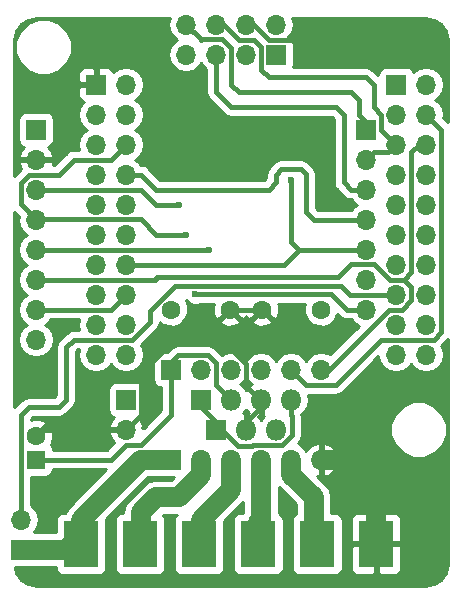
<source format=gbl>
G04 #@! TF.FileFunction,Copper,L2,Bot,Signal*
%FSLAX46Y46*%
G04 Gerber Fmt 4.6, Leading zero omitted, Abs format (unit mm)*
G04 Created by KiCad (PCBNEW 4.0.7) date 06/11/20 10:54:36*
%MOMM*%
%LPD*%
G01*
G04 APERTURE LIST*
%ADD10C,0.100000*%
%ADD11C,1.600000*%
%ADD12R,1.700000X1.700000*%
%ADD13O,1.700000X1.700000*%
%ADD14R,3.000000X4.000000*%
%ADD15R,1.800000X1.800000*%
%ADD16O,1.800000X1.800000*%
%ADD17R,1.600000X1.600000*%
%ADD18C,0.600000*%
%ADD19C,0.400000*%
%ADD20C,1.700000*%
%ADD21C,0.250000*%
%ADD22C,0.254000*%
G04 APERTURE END LIST*
D10*
D11*
X90170000Y-68580000D03*
X95170000Y-68580000D03*
X102870000Y-68580000D03*
X97870000Y-68580000D03*
D12*
X99060000Y-46990000D03*
D13*
X99060000Y-44450000D03*
X96520000Y-46990000D03*
X96520000Y-44450000D03*
X93980000Y-46990000D03*
X93980000Y-44450000D03*
X91440000Y-46990000D03*
X91440000Y-44450000D03*
D12*
X78740000Y-53340000D03*
D13*
X78740000Y-55880000D03*
X78740000Y-58420000D03*
X78740000Y-60960000D03*
X78740000Y-63500000D03*
X78740000Y-66040000D03*
X78740000Y-68580000D03*
X78740000Y-71120000D03*
D12*
X106680000Y-53340000D03*
D13*
X106680000Y-55880000D03*
X106680000Y-58420000D03*
X106680000Y-60960000D03*
X106680000Y-63500000D03*
X106680000Y-66040000D03*
X106680000Y-68580000D03*
D12*
X90170000Y-81280000D03*
D13*
X92710000Y-81280000D03*
X95250000Y-81280000D03*
X97790000Y-81280000D03*
X100330000Y-81280000D03*
X102870000Y-81280000D03*
D12*
X90170000Y-73660000D03*
D13*
X92710000Y-73660000D03*
X95250000Y-73660000D03*
X97790000Y-73660000D03*
X100330000Y-73660000D03*
X102870000Y-73660000D03*
D12*
X83820000Y-49530000D03*
D13*
X86360000Y-49530000D03*
X83820000Y-52070000D03*
X86360000Y-52070000D03*
X83820000Y-54610000D03*
X86360000Y-54610000D03*
X83820000Y-57150000D03*
X86360000Y-57150000D03*
X83820000Y-59690000D03*
X86360000Y-59690000D03*
X83820000Y-62230000D03*
X86360000Y-62230000D03*
X83820000Y-64770000D03*
X86360000Y-64770000D03*
X83820000Y-67310000D03*
X86360000Y-67310000D03*
X83820000Y-69850000D03*
X86360000Y-69850000D03*
X83820000Y-72390000D03*
X86360000Y-72390000D03*
D12*
X109220000Y-49530000D03*
D13*
X111760000Y-49530000D03*
X109220000Y-52070000D03*
X111760000Y-52070000D03*
X109220000Y-54610000D03*
X111760000Y-54610000D03*
X109220000Y-57150000D03*
X111760000Y-57150000D03*
X109220000Y-59690000D03*
X111760000Y-59690000D03*
X109220000Y-62230000D03*
X111760000Y-62230000D03*
X109220000Y-64770000D03*
X111760000Y-64770000D03*
X109220000Y-67310000D03*
X111760000Y-67310000D03*
X109220000Y-69850000D03*
X111760000Y-69850000D03*
X109220000Y-72390000D03*
X111760000Y-72390000D03*
D14*
X82550000Y-88430000D03*
X87550000Y-88430000D03*
X92550000Y-88430000D03*
X97550000Y-88430000D03*
X102550000Y-88430000D03*
X107550000Y-88430000D03*
D12*
X77470000Y-88900000D03*
D13*
X77470000Y-86360000D03*
D15*
X92710000Y-76200000D03*
D16*
X95250000Y-76200000D03*
X97790000Y-76200000D03*
X100330000Y-76200000D03*
D15*
X93980000Y-78740000D03*
D16*
X96520000Y-78740000D03*
X99060000Y-78740000D03*
D17*
X78740000Y-81280000D03*
D11*
X78740000Y-79280000D03*
D12*
X86360000Y-76200000D03*
D13*
X86360000Y-78740000D03*
D18*
X110490000Y-45720000D03*
X107950000Y-45720000D03*
X105410000Y-45720000D03*
X80645000Y-84455000D03*
X81280000Y-83820000D03*
X78740000Y-74295000D03*
X78740000Y-75565000D03*
X100330000Y-57577400D03*
X90805000Y-59690000D03*
X91440000Y-62230000D03*
X93345000Y-63500000D03*
X92182300Y-67261100D03*
D19*
X93980000Y-78105000D02*
X93980000Y-78740000D01*
X92710000Y-76835000D02*
X93980000Y-78105000D01*
X92710000Y-76200000D02*
X92710000Y-76835000D01*
D20*
X81280000Y-88900000D02*
X77470000Y-88900000D01*
X82550000Y-87630000D02*
X81280000Y-88900000D01*
D19*
X94478400Y-78740000D02*
X93980000Y-78740000D01*
X95831200Y-80092800D02*
X94478400Y-78740000D01*
X97006300Y-80092800D02*
X95831200Y-80092800D01*
X97079800Y-80019300D02*
X97006300Y-80092800D01*
X98297700Y-80019300D02*
X97079800Y-80019300D01*
X98349400Y-80071000D02*
X98297700Y-80019300D01*
X99568100Y-80071000D02*
X98349400Y-80071000D01*
X100396000Y-79243600D02*
X99568100Y-80071000D01*
X100396000Y-77565800D02*
X100396000Y-79243600D01*
X100330000Y-77500300D02*
X100396000Y-77565800D01*
X100330000Y-76200000D02*
X100330000Y-77500300D01*
D20*
X90170000Y-81280000D02*
X87630000Y-81280000D01*
X87630000Y-81280000D02*
X82550000Y-86360000D01*
X82550000Y-87630000D02*
X82550000Y-86360000D01*
X82550000Y-86360000D02*
X87630000Y-81280000D01*
D19*
X96520000Y-44450000D02*
X97155000Y-44450000D01*
X97155000Y-44450000D02*
X98425000Y-45720000D01*
X107950000Y-45720000D02*
X110490000Y-45720000D01*
X98425000Y-45720000D02*
X105410000Y-45720000D01*
X79375000Y-78740000D02*
X86360000Y-78740000D01*
X78835000Y-79280000D02*
X79375000Y-78740000D01*
X78740000Y-79280000D02*
X78835000Y-79280000D01*
X81280000Y-83820000D02*
X80645000Y-84455000D01*
X78740000Y-75565000D02*
X78740000Y-74295000D01*
X83185000Y-49530000D02*
X83820000Y-49530000D01*
D21*
X107550000Y-87630000D02*
X107550000Y-87135300D01*
D20*
X107550000Y-87135300D02*
X107550000Y-87630000D01*
X107550000Y-84055000D02*
X107550000Y-87135300D01*
X104775000Y-81280000D02*
X107550000Y-84055000D01*
X102870000Y-81280000D02*
X104775000Y-81280000D01*
D19*
X97870000Y-68580000D02*
X95170000Y-68580000D01*
X97790000Y-76200000D02*
X97790000Y-76312100D01*
X96520000Y-78105000D02*
X96520000Y-78740000D01*
X97790000Y-76835000D02*
X96520000Y-78105000D01*
X97790000Y-76312100D02*
X97790000Y-76835000D01*
X93492800Y-70257200D02*
X95170000Y-68580000D01*
X93672200Y-70436600D02*
X93492800Y-70257200D01*
X93672200Y-70436700D02*
X93672200Y-70436600D01*
X93804000Y-70436700D02*
X93672200Y-70436700D01*
X96520000Y-73152700D02*
X93804000Y-70436700D01*
X96520000Y-75042100D02*
X96520000Y-73152700D01*
X97790000Y-76312100D02*
X96520000Y-75042100D01*
X87630000Y-77470000D02*
X86360000Y-78740000D01*
X87630000Y-76835000D02*
X87630000Y-77470000D01*
X87610300Y-76835000D02*
X87630000Y-76835000D01*
X87610300Y-73943900D02*
X87610300Y-76835000D01*
X91297000Y-70257200D02*
X87610300Y-73943900D01*
X93492800Y-70257200D02*
X91297000Y-70257200D01*
X81280000Y-49530000D02*
X83185000Y-49530000D01*
X81280000Y-54610000D02*
X81280000Y-49530000D01*
X80010000Y-55880000D02*
X81280000Y-54610000D01*
X78740000Y-55880000D02*
X80010000Y-55880000D01*
X83185000Y-49530000D02*
X83820000Y-49530000D01*
X85090000Y-68580000D02*
X86360000Y-67310000D01*
X78740000Y-68580000D02*
X85090000Y-68580000D01*
X90170000Y-77470000D02*
X90170000Y-73660000D01*
X87630000Y-80010000D02*
X90170000Y-77470000D01*
X86360000Y-80010000D02*
X87630000Y-80010000D01*
X85090000Y-81280000D02*
X86360000Y-80010000D01*
X78740000Y-81280000D02*
X85090000Y-81280000D01*
X93980000Y-74930000D02*
X95250000Y-76200000D01*
X93980000Y-73095100D02*
X93980000Y-74930000D01*
X93294400Y-72409500D02*
X93980000Y-73095100D01*
X90785500Y-72409500D02*
X93294400Y-72409500D01*
X90170000Y-73025000D02*
X90785500Y-72409500D01*
X90170000Y-73660000D02*
X90170000Y-73025000D01*
X99060000Y-51435000D02*
X104140000Y-51435000D01*
X104775000Y-52070000D02*
X104775000Y-55880000D01*
X104140000Y-51435000D02*
X104775000Y-52070000D01*
X93980000Y-46990000D02*
X93980000Y-50165000D01*
X95250000Y-51435000D02*
X99060000Y-51435000D01*
X93980000Y-50165000D02*
X95250000Y-51435000D01*
X106680000Y-58420000D02*
X105410000Y-58420000D01*
X105410000Y-58420000D02*
X104775000Y-57785000D01*
X104775000Y-55880000D02*
X104775000Y-57785000D01*
X86360000Y-57150000D02*
X87630000Y-57150000D01*
X99060000Y-57785000D02*
X99060000Y-57150000D01*
X98425000Y-58420000D02*
X99060000Y-57785000D01*
X88900000Y-58420000D02*
X98425000Y-58420000D01*
X87630000Y-57150000D02*
X88900000Y-58420000D01*
X99060000Y-57150000D02*
X99513700Y-56696300D01*
X101600000Y-57130300D02*
X101166000Y-56696300D01*
X101166000Y-56696300D02*
X99513700Y-56696300D01*
X106680000Y-60960000D02*
X102235000Y-60960000D01*
X101600000Y-60325000D02*
X101600000Y-57130300D01*
X102235000Y-60960000D02*
X101600000Y-60325000D01*
X101600000Y-57130300D02*
X101600000Y-57150000D01*
X101600000Y-57150000D02*
X101600000Y-57130300D01*
X100965000Y-63500000D02*
X99695000Y-64770000D01*
X100330000Y-57577400D02*
X100330000Y-62865000D01*
X100965000Y-63500000D02*
X106680000Y-63500000D01*
X100330000Y-62865000D02*
X100965000Y-63500000D01*
X97790000Y-64770000D02*
X99695000Y-64770000D01*
X86360000Y-64770000D02*
X97790000Y-64770000D01*
X107315000Y-51435000D02*
X107950000Y-52070000D01*
X107950000Y-52070000D02*
X107950000Y-53340000D01*
X107950000Y-53340000D02*
X109220000Y-54610000D01*
X97790000Y-48260000D02*
X98425000Y-48895000D01*
X107315000Y-49530000D02*
X107315000Y-51435000D01*
X106680000Y-48895000D02*
X107315000Y-49530000D01*
X98425000Y-48895000D02*
X106680000Y-48895000D01*
X109220000Y-54610000D02*
X107969600Y-53359600D01*
X107969600Y-53359600D02*
X107950000Y-53340000D01*
X97155000Y-45720000D02*
X97790000Y-46355000D01*
X97790000Y-46355000D02*
X97790000Y-48260000D01*
X95885000Y-45720000D02*
X94615000Y-44450000D01*
X97155000Y-45720000D02*
X95885000Y-45720000D01*
X106680000Y-55880000D02*
X107315000Y-55245000D01*
X108565000Y-55245000D02*
X109200000Y-54610000D01*
X107315000Y-55245000D02*
X108565000Y-55245000D01*
X109200000Y-54610000D02*
X109220000Y-54610000D01*
X93980000Y-44450000D02*
X94615000Y-44450000D01*
X109200000Y-54610000D02*
X109220000Y-54610000D01*
X106680000Y-53340000D02*
X106680000Y-52705000D01*
X106680000Y-52705000D02*
X106045000Y-52070000D01*
X106045000Y-50800000D02*
X105410000Y-50165000D01*
X106045000Y-52070000D02*
X106045000Y-50800000D01*
X95885000Y-50165000D02*
X105410000Y-50165000D01*
X95250000Y-47625000D02*
X95250000Y-49530000D01*
X95250000Y-49530000D02*
X95885000Y-50165000D01*
X95250000Y-46990000D02*
X95250000Y-47625000D01*
X92690400Y-45700400D02*
X92710000Y-45720000D01*
X92690400Y-45700400D02*
X94472600Y-45700400D01*
X94472600Y-45700400D02*
X95250000Y-46477800D01*
X95250000Y-46477800D02*
X95250000Y-46990000D01*
X91440000Y-44450000D02*
X92690400Y-45700400D01*
X86995000Y-58420000D02*
X87630000Y-58420000D01*
X88900000Y-59690000D02*
X90805000Y-59690000D01*
X87630000Y-58420000D02*
X88900000Y-59690000D01*
X86995000Y-58420000D02*
X78740000Y-58420000D01*
X78749800Y-60950200D02*
X78740000Y-60960000D01*
X87620200Y-60950200D02*
X78749800Y-60950200D01*
X88900000Y-62230000D02*
X87620200Y-60950200D01*
X91440000Y-62230000D02*
X88900000Y-62230000D01*
X80645000Y-57150000D02*
X78174800Y-57150000D01*
X81915000Y-55880000D02*
X80645000Y-57150000D01*
X85090000Y-55880000D02*
X81915000Y-55880000D01*
X86360000Y-54610000D02*
X85090000Y-55880000D01*
X78174800Y-57150000D02*
X77450400Y-57874400D01*
X78740000Y-60960000D02*
X78740000Y-60800000D01*
X78174800Y-57150000D02*
X77450400Y-57874400D01*
X77450400Y-59670400D02*
X78740000Y-60960000D01*
X77450400Y-57874400D02*
X77450400Y-59670400D01*
X112395000Y-71120000D02*
X113030000Y-70485000D01*
X93345000Y-63500000D02*
X78740000Y-63500000D01*
X113030000Y-53340000D02*
X113030000Y-70485000D01*
X111760000Y-52070000D02*
X113030000Y-53340000D01*
X113030000Y-70485000D02*
X112395000Y-71120000D01*
X101609000Y-74938600D02*
X100330000Y-73660000D01*
X104131000Y-74938600D02*
X101609000Y-74938600D01*
X107950000Y-71120000D02*
X104131000Y-74938600D01*
X112395000Y-71120000D02*
X107950000Y-71120000D01*
X98425000Y-65852400D02*
X104327600Y-65852400D01*
X104327600Y-65852400D02*
X105429600Y-64750400D01*
X111760000Y-54649400D02*
X111760000Y-54610000D01*
X111125000Y-54610000D02*
X111760000Y-54610000D01*
X110490000Y-55245000D02*
X111125000Y-54610000D01*
X110490000Y-65405000D02*
X110490000Y-55245000D01*
X109855000Y-66040000D02*
X110490000Y-65405000D01*
X88805200Y-66040000D02*
X78740000Y-66040000D01*
X88992800Y-65852400D02*
X88805200Y-66040000D01*
X98425000Y-65852400D02*
X88992800Y-65852400D01*
X107394500Y-64750400D02*
X105429600Y-64750400D01*
X109855000Y-66040000D02*
X108684100Y-66040000D01*
X108684100Y-66040000D02*
X107394500Y-64750400D01*
X110490000Y-66675000D02*
X109855000Y-66040000D01*
X110490000Y-67813700D02*
X110490000Y-66675000D01*
X109724000Y-68580000D02*
X110490000Y-67813700D01*
X108585000Y-68580000D02*
X109724000Y-68580000D01*
X103505000Y-73660000D02*
X108585000Y-68580000D01*
X102870000Y-73660000D02*
X103505000Y-73660000D01*
X92182300Y-67261200D02*
X92182300Y-67261100D01*
X103746000Y-67261200D02*
X92182300Y-67261200D01*
X105065000Y-68580000D02*
X103746000Y-67261200D01*
X106680000Y-68580000D02*
X105065000Y-68580000D01*
D20*
X87630000Y-87550000D02*
X87550000Y-87630000D01*
X87630000Y-85725000D02*
X87630000Y-87550000D01*
X88900000Y-84455000D02*
X87630000Y-85725000D01*
X90805000Y-84455000D02*
X88900000Y-84455000D01*
X92710000Y-82550000D02*
X90805000Y-84455000D01*
X92710000Y-81280000D02*
X92710000Y-82550000D01*
X92710000Y-87470000D02*
X92550000Y-87630000D01*
X92710000Y-86360000D02*
X92710000Y-87470000D01*
X95250000Y-83820000D02*
X92710000Y-86360000D01*
X95250000Y-81280000D02*
X95250000Y-83820000D01*
X97550000Y-86600000D02*
X97550000Y-87630000D01*
X97790000Y-86360000D02*
X97550000Y-86600000D01*
X97790000Y-81280000D02*
X97790000Y-86360000D01*
X102235000Y-87315000D02*
X102550000Y-87630000D01*
X102235000Y-84455000D02*
X102235000Y-87315000D01*
X100330000Y-82550000D02*
X102235000Y-84455000D01*
X100330000Y-81280000D02*
X100330000Y-82550000D01*
D19*
X105295000Y-67310000D02*
X109220000Y-67310000D01*
X104534000Y-66549600D02*
X105295000Y-67310000D01*
X90490800Y-66549600D02*
X104534000Y-66549600D01*
X88377000Y-68663400D02*
X90490800Y-66549600D01*
X88377000Y-69601200D02*
X88377000Y-68663400D01*
X86858200Y-71120000D02*
X88377000Y-69601200D01*
X81915000Y-71120000D02*
X86858200Y-71120000D01*
X81280000Y-71755000D02*
X81915000Y-71120000D01*
X81280000Y-76200000D02*
X81280000Y-71755000D01*
X80645000Y-76835000D02*
X81280000Y-76200000D01*
X78105000Y-76835000D02*
X80645000Y-76835000D01*
X77470000Y-77470000D02*
X78105000Y-76835000D01*
X77470000Y-86360000D02*
X77470000Y-77470000D01*
D22*
G36*
X113590000Y-90100069D02*
X113437848Y-90864989D01*
X113044170Y-91454170D01*
X112454989Y-91847848D01*
X111690069Y-92000000D01*
X78809931Y-92000000D01*
X78045011Y-91847848D01*
X77455830Y-91454170D01*
X77062152Y-90864989D01*
X76969151Y-90397440D01*
X78320000Y-90397440D01*
X78386113Y-90385000D01*
X80402560Y-90385000D01*
X80402560Y-90430000D01*
X80446838Y-90665317D01*
X80585910Y-90881441D01*
X80798110Y-91026431D01*
X81050000Y-91077440D01*
X84050000Y-91077440D01*
X84285317Y-91033162D01*
X84501441Y-90894090D01*
X84646431Y-90681890D01*
X84697440Y-90430000D01*
X84697440Y-86430000D01*
X84678859Y-86331249D01*
X88245107Y-82765000D01*
X89258569Y-82765000D01*
X89320000Y-82777440D01*
X90382452Y-82777440D01*
X90189892Y-82970000D01*
X88900000Y-82970000D01*
X88331715Y-83083039D01*
X87849946Y-83404946D01*
X87849944Y-83404949D01*
X86579946Y-84674946D01*
X86258039Y-85156715D01*
X86144999Y-85725000D01*
X86145000Y-85725005D01*
X86145000Y-85782560D01*
X86050000Y-85782560D01*
X85814683Y-85826838D01*
X85598559Y-85965910D01*
X85453569Y-86178110D01*
X85402560Y-86430000D01*
X85402560Y-90430000D01*
X85446838Y-90665317D01*
X85585910Y-90881441D01*
X85798110Y-91026431D01*
X86050000Y-91077440D01*
X89050000Y-91077440D01*
X89285317Y-91033162D01*
X89501441Y-90894090D01*
X89646431Y-90681890D01*
X89697440Y-90430000D01*
X89697440Y-86430000D01*
X89653162Y-86194683D01*
X89514090Y-85978559D01*
X89491787Y-85963320D01*
X89515107Y-85940000D01*
X90638824Y-85940000D01*
X90598559Y-85965910D01*
X90453569Y-86178110D01*
X90402560Y-86430000D01*
X90402560Y-90430000D01*
X90446838Y-90665317D01*
X90585910Y-90881441D01*
X90798110Y-91026431D01*
X91050000Y-91077440D01*
X94050000Y-91077440D01*
X94285317Y-91033162D01*
X94501441Y-90894090D01*
X94646431Y-90681890D01*
X94697440Y-90430000D01*
X94697440Y-86472668D01*
X96300051Y-84870056D01*
X96300054Y-84870054D01*
X96305000Y-84862652D01*
X96305000Y-85782560D01*
X96050000Y-85782560D01*
X95814683Y-85826838D01*
X95598559Y-85965910D01*
X95453569Y-86178110D01*
X95402560Y-86430000D01*
X95402560Y-90430000D01*
X95446838Y-90665317D01*
X95585910Y-90881441D01*
X95798110Y-91026431D01*
X96050000Y-91077440D01*
X99050000Y-91077440D01*
X99285317Y-91033162D01*
X99501441Y-90894090D01*
X99646431Y-90681890D01*
X99697440Y-90430000D01*
X99697440Y-86430000D01*
X99653162Y-86194683D01*
X99514090Y-85978559D01*
X99301890Y-85833569D01*
X99275000Y-85828124D01*
X99275000Y-83592652D01*
X99279946Y-83600054D01*
X100750000Y-85070107D01*
X100750000Y-85868460D01*
X100598559Y-85965910D01*
X100453569Y-86178110D01*
X100402560Y-86430000D01*
X100402560Y-90430000D01*
X100446838Y-90665317D01*
X100585910Y-90881441D01*
X100798110Y-91026431D01*
X101050000Y-91077440D01*
X104050000Y-91077440D01*
X104285317Y-91033162D01*
X104501441Y-90894090D01*
X104646431Y-90681890D01*
X104697440Y-90430000D01*
X104697440Y-88715750D01*
X105415000Y-88715750D01*
X105415000Y-90556310D01*
X105511673Y-90789699D01*
X105690302Y-90968327D01*
X105923691Y-91065000D01*
X107264250Y-91065000D01*
X107423000Y-90906250D01*
X107423000Y-88557000D01*
X107677000Y-88557000D01*
X107677000Y-90906250D01*
X107835750Y-91065000D01*
X109176309Y-91065000D01*
X109409698Y-90968327D01*
X109588327Y-90789699D01*
X109685000Y-90556310D01*
X109685000Y-88715750D01*
X109526250Y-88557000D01*
X107677000Y-88557000D01*
X107423000Y-88557000D01*
X105573750Y-88557000D01*
X105415000Y-88715750D01*
X104697440Y-88715750D01*
X104697440Y-86430000D01*
X104673674Y-86303690D01*
X105415000Y-86303690D01*
X105415000Y-88144250D01*
X105573750Y-88303000D01*
X107423000Y-88303000D01*
X107423000Y-85953750D01*
X107677000Y-85953750D01*
X107677000Y-88303000D01*
X109526250Y-88303000D01*
X109685000Y-88144250D01*
X109685000Y-86303690D01*
X109588327Y-86070301D01*
X109409698Y-85891673D01*
X109176309Y-85795000D01*
X107835750Y-85795000D01*
X107677000Y-85953750D01*
X107423000Y-85953750D01*
X107264250Y-85795000D01*
X105923691Y-85795000D01*
X105690302Y-85891673D01*
X105511673Y-86070301D01*
X105415000Y-86303690D01*
X104673674Y-86303690D01*
X104653162Y-86194683D01*
X104514090Y-85978559D01*
X104301890Y-85833569D01*
X104050000Y-85782560D01*
X103720000Y-85782560D01*
X103720000Y-84455005D01*
X103720001Y-84455000D01*
X103606961Y-83886715D01*
X103285054Y-83404946D01*
X103285051Y-83404944D01*
X102571021Y-82690914D01*
X102743000Y-82600155D01*
X102743000Y-81407000D01*
X102997000Y-81407000D01*
X102997000Y-82600155D01*
X103226890Y-82721476D01*
X103636924Y-82551645D01*
X104065183Y-82161358D01*
X104311486Y-81636892D01*
X104190819Y-81407000D01*
X102997000Y-81407000D01*
X102743000Y-81407000D01*
X102723000Y-81407000D01*
X102723000Y-81153000D01*
X102743000Y-81153000D01*
X102743000Y-79959845D01*
X102997000Y-79959845D01*
X102997000Y-81153000D01*
X104190819Y-81153000D01*
X104311486Y-80923108D01*
X104065183Y-80398642D01*
X103636924Y-80008355D01*
X103226890Y-79838524D01*
X102997000Y-79959845D01*
X102743000Y-79959845D01*
X102513110Y-79838524D01*
X102103076Y-80008355D01*
X101674817Y-80398642D01*
X101607702Y-80541553D01*
X101380054Y-80200853D01*
X100924181Y-79896249D01*
X100986256Y-79834212D01*
X100986327Y-79834105D01*
X100986434Y-79834034D01*
X101076835Y-79698739D01*
X101167343Y-79563373D01*
X101167368Y-79563247D01*
X101167439Y-79563141D01*
X101199084Y-79404051D01*
X101231000Y-79243852D01*
X101230975Y-79243726D01*
X101231000Y-79243600D01*
X101231000Y-79212325D01*
X108739587Y-79212325D01*
X109101916Y-80089229D01*
X109772242Y-80760726D01*
X110648513Y-81124585D01*
X111597325Y-81125413D01*
X112474229Y-80763084D01*
X113145726Y-80092758D01*
X113509585Y-79216487D01*
X113510413Y-78267675D01*
X113148084Y-77390771D01*
X112477758Y-76719274D01*
X111601487Y-76355415D01*
X110652675Y-76354587D01*
X109775771Y-76716916D01*
X109104274Y-77387242D01*
X108740415Y-78263513D01*
X108739587Y-79212325D01*
X101231000Y-79212325D01*
X101231000Y-77565800D01*
X101230684Y-77564213D01*
X101230994Y-77562625D01*
X101207072Y-77444708D01*
X101445481Y-77285409D01*
X101778227Y-76787419D01*
X101895072Y-76200000D01*
X101810256Y-75773600D01*
X104131000Y-75773600D01*
X104289889Y-75741995D01*
X104450500Y-75710056D01*
X104450519Y-75710043D01*
X104450541Y-75710039D01*
X104586665Y-75619084D01*
X104721403Y-75529065D01*
X107731603Y-72519181D01*
X107818946Y-72958285D01*
X108140853Y-73440054D01*
X108622622Y-73761961D01*
X109190907Y-73875000D01*
X109249093Y-73875000D01*
X109817378Y-73761961D01*
X110299147Y-73440054D01*
X110490000Y-73154422D01*
X110680853Y-73440054D01*
X111162622Y-73761961D01*
X111730907Y-73875000D01*
X111789093Y-73875000D01*
X112357378Y-73761961D01*
X112839147Y-73440054D01*
X113161054Y-72958285D01*
X113274093Y-72390000D01*
X113161054Y-71821715D01*
X113046138Y-71649730D01*
X113590000Y-71105868D01*
X113590000Y-90100069D01*
X113590000Y-90100069D01*
G37*
X113590000Y-90100069D02*
X113437848Y-90864989D01*
X113044170Y-91454170D01*
X112454989Y-91847848D01*
X111690069Y-92000000D01*
X78809931Y-92000000D01*
X78045011Y-91847848D01*
X77455830Y-91454170D01*
X77062152Y-90864989D01*
X76969151Y-90397440D01*
X78320000Y-90397440D01*
X78386113Y-90385000D01*
X80402560Y-90385000D01*
X80402560Y-90430000D01*
X80446838Y-90665317D01*
X80585910Y-90881441D01*
X80798110Y-91026431D01*
X81050000Y-91077440D01*
X84050000Y-91077440D01*
X84285317Y-91033162D01*
X84501441Y-90894090D01*
X84646431Y-90681890D01*
X84697440Y-90430000D01*
X84697440Y-86430000D01*
X84678859Y-86331249D01*
X88245107Y-82765000D01*
X89258569Y-82765000D01*
X89320000Y-82777440D01*
X90382452Y-82777440D01*
X90189892Y-82970000D01*
X88900000Y-82970000D01*
X88331715Y-83083039D01*
X87849946Y-83404946D01*
X87849944Y-83404949D01*
X86579946Y-84674946D01*
X86258039Y-85156715D01*
X86144999Y-85725000D01*
X86145000Y-85725005D01*
X86145000Y-85782560D01*
X86050000Y-85782560D01*
X85814683Y-85826838D01*
X85598559Y-85965910D01*
X85453569Y-86178110D01*
X85402560Y-86430000D01*
X85402560Y-90430000D01*
X85446838Y-90665317D01*
X85585910Y-90881441D01*
X85798110Y-91026431D01*
X86050000Y-91077440D01*
X89050000Y-91077440D01*
X89285317Y-91033162D01*
X89501441Y-90894090D01*
X89646431Y-90681890D01*
X89697440Y-90430000D01*
X89697440Y-86430000D01*
X89653162Y-86194683D01*
X89514090Y-85978559D01*
X89491787Y-85963320D01*
X89515107Y-85940000D01*
X90638824Y-85940000D01*
X90598559Y-85965910D01*
X90453569Y-86178110D01*
X90402560Y-86430000D01*
X90402560Y-90430000D01*
X90446838Y-90665317D01*
X90585910Y-90881441D01*
X90798110Y-91026431D01*
X91050000Y-91077440D01*
X94050000Y-91077440D01*
X94285317Y-91033162D01*
X94501441Y-90894090D01*
X94646431Y-90681890D01*
X94697440Y-90430000D01*
X94697440Y-86472668D01*
X96300051Y-84870056D01*
X96300054Y-84870054D01*
X96305000Y-84862652D01*
X96305000Y-85782560D01*
X96050000Y-85782560D01*
X95814683Y-85826838D01*
X95598559Y-85965910D01*
X95453569Y-86178110D01*
X95402560Y-86430000D01*
X95402560Y-90430000D01*
X95446838Y-90665317D01*
X95585910Y-90881441D01*
X95798110Y-91026431D01*
X96050000Y-91077440D01*
X99050000Y-91077440D01*
X99285317Y-91033162D01*
X99501441Y-90894090D01*
X99646431Y-90681890D01*
X99697440Y-90430000D01*
X99697440Y-86430000D01*
X99653162Y-86194683D01*
X99514090Y-85978559D01*
X99301890Y-85833569D01*
X99275000Y-85828124D01*
X99275000Y-83592652D01*
X99279946Y-83600054D01*
X100750000Y-85070107D01*
X100750000Y-85868460D01*
X100598559Y-85965910D01*
X100453569Y-86178110D01*
X100402560Y-86430000D01*
X100402560Y-90430000D01*
X100446838Y-90665317D01*
X100585910Y-90881441D01*
X100798110Y-91026431D01*
X101050000Y-91077440D01*
X104050000Y-91077440D01*
X104285317Y-91033162D01*
X104501441Y-90894090D01*
X104646431Y-90681890D01*
X104697440Y-90430000D01*
X104697440Y-88715750D01*
X105415000Y-88715750D01*
X105415000Y-90556310D01*
X105511673Y-90789699D01*
X105690302Y-90968327D01*
X105923691Y-91065000D01*
X107264250Y-91065000D01*
X107423000Y-90906250D01*
X107423000Y-88557000D01*
X107677000Y-88557000D01*
X107677000Y-90906250D01*
X107835750Y-91065000D01*
X109176309Y-91065000D01*
X109409698Y-90968327D01*
X109588327Y-90789699D01*
X109685000Y-90556310D01*
X109685000Y-88715750D01*
X109526250Y-88557000D01*
X107677000Y-88557000D01*
X107423000Y-88557000D01*
X105573750Y-88557000D01*
X105415000Y-88715750D01*
X104697440Y-88715750D01*
X104697440Y-86430000D01*
X104673674Y-86303690D01*
X105415000Y-86303690D01*
X105415000Y-88144250D01*
X105573750Y-88303000D01*
X107423000Y-88303000D01*
X107423000Y-85953750D01*
X107677000Y-85953750D01*
X107677000Y-88303000D01*
X109526250Y-88303000D01*
X109685000Y-88144250D01*
X109685000Y-86303690D01*
X109588327Y-86070301D01*
X109409698Y-85891673D01*
X109176309Y-85795000D01*
X107835750Y-85795000D01*
X107677000Y-85953750D01*
X107423000Y-85953750D01*
X107264250Y-85795000D01*
X105923691Y-85795000D01*
X105690302Y-85891673D01*
X105511673Y-86070301D01*
X105415000Y-86303690D01*
X104673674Y-86303690D01*
X104653162Y-86194683D01*
X104514090Y-85978559D01*
X104301890Y-85833569D01*
X104050000Y-85782560D01*
X103720000Y-85782560D01*
X103720000Y-84455005D01*
X103720001Y-84455000D01*
X103606961Y-83886715D01*
X103285054Y-83404946D01*
X103285051Y-83404944D01*
X102571021Y-82690914D01*
X102743000Y-82600155D01*
X102743000Y-81407000D01*
X102997000Y-81407000D01*
X102997000Y-82600155D01*
X103226890Y-82721476D01*
X103636924Y-82551645D01*
X104065183Y-82161358D01*
X104311486Y-81636892D01*
X104190819Y-81407000D01*
X102997000Y-81407000D01*
X102743000Y-81407000D01*
X102723000Y-81407000D01*
X102723000Y-81153000D01*
X102743000Y-81153000D01*
X102743000Y-79959845D01*
X102997000Y-79959845D01*
X102997000Y-81153000D01*
X104190819Y-81153000D01*
X104311486Y-80923108D01*
X104065183Y-80398642D01*
X103636924Y-80008355D01*
X103226890Y-79838524D01*
X102997000Y-79959845D01*
X102743000Y-79959845D01*
X102513110Y-79838524D01*
X102103076Y-80008355D01*
X101674817Y-80398642D01*
X101607702Y-80541553D01*
X101380054Y-80200853D01*
X100924181Y-79896249D01*
X100986256Y-79834212D01*
X100986327Y-79834105D01*
X100986434Y-79834034D01*
X101076835Y-79698739D01*
X101167343Y-79563373D01*
X101167368Y-79563247D01*
X101167439Y-79563141D01*
X101199084Y-79404051D01*
X101231000Y-79243852D01*
X101230975Y-79243726D01*
X101231000Y-79243600D01*
X101231000Y-79212325D01*
X108739587Y-79212325D01*
X109101916Y-80089229D01*
X109772242Y-80760726D01*
X110648513Y-81124585D01*
X111597325Y-81125413D01*
X112474229Y-80763084D01*
X113145726Y-80092758D01*
X113509585Y-79216487D01*
X113510413Y-78267675D01*
X113148084Y-77390771D01*
X112477758Y-76719274D01*
X111601487Y-76355415D01*
X110652675Y-76354587D01*
X109775771Y-76716916D01*
X109104274Y-77387242D01*
X108740415Y-78263513D01*
X108739587Y-79212325D01*
X101231000Y-79212325D01*
X101231000Y-77565800D01*
X101230684Y-77564213D01*
X101230994Y-77562625D01*
X101207072Y-77444708D01*
X101445481Y-77285409D01*
X101778227Y-76787419D01*
X101895072Y-76200000D01*
X101810256Y-75773600D01*
X104131000Y-75773600D01*
X104289889Y-75741995D01*
X104450500Y-75710056D01*
X104450519Y-75710043D01*
X104450541Y-75710039D01*
X104586665Y-75619084D01*
X104721403Y-75529065D01*
X107731603Y-72519181D01*
X107818946Y-72958285D01*
X108140853Y-73440054D01*
X108622622Y-73761961D01*
X109190907Y-73875000D01*
X109249093Y-73875000D01*
X109817378Y-73761961D01*
X110299147Y-73440054D01*
X110490000Y-73154422D01*
X110680853Y-73440054D01*
X111162622Y-73761961D01*
X111730907Y-73875000D01*
X111789093Y-73875000D01*
X112357378Y-73761961D01*
X112839147Y-73440054D01*
X113161054Y-72958285D01*
X113274093Y-72390000D01*
X113161054Y-71821715D01*
X113046138Y-71649730D01*
X113590000Y-71105868D01*
X113590000Y-90100069D01*
G36*
X81499946Y-85309946D02*
X81184156Y-85782560D01*
X81050000Y-85782560D01*
X80814683Y-85826838D01*
X80598559Y-85965910D01*
X80453569Y-86178110D01*
X80402560Y-86430000D01*
X80402560Y-87415000D01*
X78536188Y-87415000D01*
X78841961Y-86957378D01*
X78955000Y-86389093D01*
X78955000Y-86330907D01*
X78841961Y-85762622D01*
X78520054Y-85280853D01*
X78305000Y-85137159D01*
X78305000Y-82727440D01*
X79540000Y-82727440D01*
X79775317Y-82683162D01*
X79991441Y-82544090D01*
X80136431Y-82331890D01*
X80180352Y-82115000D01*
X84694893Y-82115000D01*
X81499946Y-85309946D01*
X81499946Y-85309946D01*
G37*
X81499946Y-85309946D02*
X81184156Y-85782560D01*
X81050000Y-85782560D01*
X80814683Y-85826838D01*
X80598559Y-85965910D01*
X80453569Y-86178110D01*
X80402560Y-86430000D01*
X80402560Y-87415000D01*
X78536188Y-87415000D01*
X78841961Y-86957378D01*
X78955000Y-86389093D01*
X78955000Y-86330907D01*
X78841961Y-85762622D01*
X78520054Y-85280853D01*
X78305000Y-85137159D01*
X78305000Y-82727440D01*
X79540000Y-82727440D01*
X79775317Y-82683162D01*
X79991441Y-82544090D01*
X80136431Y-82331890D01*
X80180352Y-82115000D01*
X84694893Y-82115000D01*
X81499946Y-85309946D01*
G36*
X91651973Y-68053292D02*
X91995501Y-68195938D01*
X92367467Y-68196262D01*
X92609636Y-68096200D01*
X93819014Y-68096200D01*
X93723035Y-68363223D01*
X93750222Y-68933454D01*
X93916136Y-69334005D01*
X94162255Y-69408139D01*
X94990395Y-68580000D01*
X94976252Y-68565858D01*
X95155858Y-68386253D01*
X95170000Y-68400395D01*
X95184143Y-68386253D01*
X95363748Y-68565858D01*
X95349605Y-68580000D01*
X96177745Y-69408139D01*
X96423864Y-69334005D01*
X96513194Y-69085480D01*
X96616136Y-69334005D01*
X96862255Y-69408139D01*
X97690395Y-68580000D01*
X97676252Y-68565858D01*
X97855858Y-68386253D01*
X97870000Y-68400395D01*
X97884143Y-68386253D01*
X98063748Y-68565858D01*
X98049605Y-68580000D01*
X98877745Y-69408139D01*
X99123864Y-69334005D01*
X99316965Y-68796777D01*
X99289778Y-68226546D01*
X99235787Y-68096200D01*
X101517097Y-68096200D01*
X101435250Y-68293309D01*
X101434752Y-68864187D01*
X101652757Y-69391800D01*
X102056077Y-69795824D01*
X102583309Y-70014750D01*
X103154187Y-70015248D01*
X103681800Y-69797243D01*
X104085824Y-69393923D01*
X104265446Y-68961346D01*
X104474610Y-69170479D01*
X104610839Y-69261489D01*
X104745459Y-69351439D01*
X104745492Y-69351446D01*
X104745518Y-69351463D01*
X104903567Y-69382889D01*
X105065000Y-69415000D01*
X105457159Y-69415000D01*
X105600853Y-69630054D01*
X106052379Y-69931753D01*
X103610270Y-72373862D01*
X103438285Y-72258946D01*
X102870000Y-72145907D01*
X102301715Y-72258946D01*
X101819946Y-72580853D01*
X101600000Y-72910026D01*
X101380054Y-72580853D01*
X100898285Y-72258946D01*
X100330000Y-72145907D01*
X99761715Y-72258946D01*
X99279946Y-72580853D01*
X99060000Y-72910026D01*
X98840054Y-72580853D01*
X98358285Y-72258946D01*
X97790000Y-72145907D01*
X97221715Y-72258946D01*
X96739946Y-72580853D01*
X96520000Y-72910026D01*
X96300054Y-72580853D01*
X95818285Y-72258946D01*
X95250000Y-72145907D01*
X94681715Y-72258946D01*
X94467708Y-72401940D01*
X93884834Y-71819066D01*
X93722301Y-71710465D01*
X93613941Y-71638061D01*
X93294400Y-71574500D01*
X90785500Y-71574500D01*
X90465959Y-71638061D01*
X90357599Y-71710465D01*
X90195066Y-71819066D01*
X89851572Y-72162560D01*
X89320000Y-72162560D01*
X89084683Y-72206838D01*
X88868559Y-72345910D01*
X88723569Y-72558110D01*
X88672560Y-72810000D01*
X88672560Y-74510000D01*
X88716838Y-74745317D01*
X88855910Y-74961441D01*
X89068110Y-75106431D01*
X89320000Y-75157440D01*
X89335000Y-75157440D01*
X89335000Y-77124132D01*
X87845000Y-78614132D01*
X87845000Y-78612998D01*
X87680820Y-78612998D01*
X87801486Y-78383108D01*
X87555183Y-77858642D01*
X87349496Y-77671192D01*
X87445317Y-77653162D01*
X87661441Y-77514090D01*
X87806431Y-77301890D01*
X87857440Y-77050000D01*
X87857440Y-75350000D01*
X87813162Y-75114683D01*
X87674090Y-74898559D01*
X87461890Y-74753569D01*
X87210000Y-74702560D01*
X85510000Y-74702560D01*
X85274683Y-74746838D01*
X85058559Y-74885910D01*
X84913569Y-75098110D01*
X84862560Y-75350000D01*
X84862560Y-77050000D01*
X84906838Y-77285317D01*
X85045910Y-77501441D01*
X85258110Y-77646431D01*
X85372301Y-77669555D01*
X85164817Y-77858642D01*
X84918514Y-78383108D01*
X85039181Y-78613000D01*
X86233000Y-78613000D01*
X86233000Y-78593000D01*
X86487000Y-78593000D01*
X86487000Y-78613000D01*
X86507000Y-78613000D01*
X86507000Y-78867000D01*
X86487000Y-78867000D01*
X86487000Y-78887000D01*
X86233000Y-78887000D01*
X86233000Y-78867000D01*
X85039181Y-78867000D01*
X84918514Y-79096892D01*
X85164817Y-79621358D01*
X85375642Y-79813490D01*
X84744132Y-80445000D01*
X80180854Y-80445000D01*
X80143162Y-80244683D01*
X80004090Y-80028559D01*
X79997452Y-80024023D01*
X80186965Y-79496777D01*
X80159778Y-78926546D01*
X79993864Y-78525995D01*
X79747745Y-78451861D01*
X78919605Y-79280000D01*
X78933748Y-79294142D01*
X78754143Y-79473748D01*
X78740000Y-79459605D01*
X78725858Y-79473748D01*
X78546253Y-79294143D01*
X78560395Y-79280000D01*
X78546253Y-79265858D01*
X78725858Y-79086252D01*
X78740000Y-79100395D01*
X79568139Y-78272255D01*
X79494005Y-78026136D01*
X78956777Y-77833035D01*
X78386546Y-77860222D01*
X78305000Y-77894000D01*
X78305000Y-77815868D01*
X78450868Y-77670000D01*
X80645000Y-77670000D01*
X80964541Y-77606439D01*
X81235434Y-77425434D01*
X81870434Y-76790434D01*
X82051440Y-76519540D01*
X82115000Y-76200000D01*
X82115000Y-72100868D01*
X82260868Y-71955000D01*
X82392434Y-71955000D01*
X82305907Y-72390000D01*
X82418946Y-72958285D01*
X82740853Y-73440054D01*
X83222622Y-73761961D01*
X83790907Y-73875000D01*
X83849093Y-73875000D01*
X84417378Y-73761961D01*
X84899147Y-73440054D01*
X85090000Y-73154422D01*
X85280853Y-73440054D01*
X85762622Y-73761961D01*
X86330907Y-73875000D01*
X86389093Y-73875000D01*
X86957378Y-73761961D01*
X87439147Y-73440054D01*
X87761054Y-72958285D01*
X87874093Y-72390000D01*
X87761054Y-71821715D01*
X87591343Y-71567725D01*
X88967434Y-70191634D01*
X89148440Y-69920740D01*
X89203658Y-69643139D01*
X89356077Y-69795824D01*
X89883309Y-70014750D01*
X90454187Y-70015248D01*
X90981800Y-69797243D01*
X91191663Y-69587745D01*
X94341861Y-69587745D01*
X94415995Y-69833864D01*
X94953223Y-70026965D01*
X95523454Y-69999778D01*
X95924005Y-69833864D01*
X95998139Y-69587745D01*
X97041861Y-69587745D01*
X97115995Y-69833864D01*
X97653223Y-70026965D01*
X98223454Y-69999778D01*
X98624005Y-69833864D01*
X98698139Y-69587745D01*
X97870000Y-68759605D01*
X97041861Y-69587745D01*
X95998139Y-69587745D01*
X95170000Y-68759605D01*
X94341861Y-69587745D01*
X91191663Y-69587745D01*
X91385824Y-69393923D01*
X91604750Y-68866691D01*
X91605248Y-68295813D01*
X91401272Y-67802153D01*
X91651973Y-68053292D01*
X91651973Y-68053292D01*
G37*
X91651973Y-68053292D02*
X91995501Y-68195938D01*
X92367467Y-68196262D01*
X92609636Y-68096200D01*
X93819014Y-68096200D01*
X93723035Y-68363223D01*
X93750222Y-68933454D01*
X93916136Y-69334005D01*
X94162255Y-69408139D01*
X94990395Y-68580000D01*
X94976252Y-68565858D01*
X95155858Y-68386253D01*
X95170000Y-68400395D01*
X95184143Y-68386253D01*
X95363748Y-68565858D01*
X95349605Y-68580000D01*
X96177745Y-69408139D01*
X96423864Y-69334005D01*
X96513194Y-69085480D01*
X96616136Y-69334005D01*
X96862255Y-69408139D01*
X97690395Y-68580000D01*
X97676252Y-68565858D01*
X97855858Y-68386253D01*
X97870000Y-68400395D01*
X97884143Y-68386253D01*
X98063748Y-68565858D01*
X98049605Y-68580000D01*
X98877745Y-69408139D01*
X99123864Y-69334005D01*
X99316965Y-68796777D01*
X99289778Y-68226546D01*
X99235787Y-68096200D01*
X101517097Y-68096200D01*
X101435250Y-68293309D01*
X101434752Y-68864187D01*
X101652757Y-69391800D01*
X102056077Y-69795824D01*
X102583309Y-70014750D01*
X103154187Y-70015248D01*
X103681800Y-69797243D01*
X104085824Y-69393923D01*
X104265446Y-68961346D01*
X104474610Y-69170479D01*
X104610839Y-69261489D01*
X104745459Y-69351439D01*
X104745492Y-69351446D01*
X104745518Y-69351463D01*
X104903567Y-69382889D01*
X105065000Y-69415000D01*
X105457159Y-69415000D01*
X105600853Y-69630054D01*
X106052379Y-69931753D01*
X103610270Y-72373862D01*
X103438285Y-72258946D01*
X102870000Y-72145907D01*
X102301715Y-72258946D01*
X101819946Y-72580853D01*
X101600000Y-72910026D01*
X101380054Y-72580853D01*
X100898285Y-72258946D01*
X100330000Y-72145907D01*
X99761715Y-72258946D01*
X99279946Y-72580853D01*
X99060000Y-72910026D01*
X98840054Y-72580853D01*
X98358285Y-72258946D01*
X97790000Y-72145907D01*
X97221715Y-72258946D01*
X96739946Y-72580853D01*
X96520000Y-72910026D01*
X96300054Y-72580853D01*
X95818285Y-72258946D01*
X95250000Y-72145907D01*
X94681715Y-72258946D01*
X94467708Y-72401940D01*
X93884834Y-71819066D01*
X93722301Y-71710465D01*
X93613941Y-71638061D01*
X93294400Y-71574500D01*
X90785500Y-71574500D01*
X90465959Y-71638061D01*
X90357599Y-71710465D01*
X90195066Y-71819066D01*
X89851572Y-72162560D01*
X89320000Y-72162560D01*
X89084683Y-72206838D01*
X88868559Y-72345910D01*
X88723569Y-72558110D01*
X88672560Y-72810000D01*
X88672560Y-74510000D01*
X88716838Y-74745317D01*
X88855910Y-74961441D01*
X89068110Y-75106431D01*
X89320000Y-75157440D01*
X89335000Y-75157440D01*
X89335000Y-77124132D01*
X87845000Y-78614132D01*
X87845000Y-78612998D01*
X87680820Y-78612998D01*
X87801486Y-78383108D01*
X87555183Y-77858642D01*
X87349496Y-77671192D01*
X87445317Y-77653162D01*
X87661441Y-77514090D01*
X87806431Y-77301890D01*
X87857440Y-77050000D01*
X87857440Y-75350000D01*
X87813162Y-75114683D01*
X87674090Y-74898559D01*
X87461890Y-74753569D01*
X87210000Y-74702560D01*
X85510000Y-74702560D01*
X85274683Y-74746838D01*
X85058559Y-74885910D01*
X84913569Y-75098110D01*
X84862560Y-75350000D01*
X84862560Y-77050000D01*
X84906838Y-77285317D01*
X85045910Y-77501441D01*
X85258110Y-77646431D01*
X85372301Y-77669555D01*
X85164817Y-77858642D01*
X84918514Y-78383108D01*
X85039181Y-78613000D01*
X86233000Y-78613000D01*
X86233000Y-78593000D01*
X86487000Y-78593000D01*
X86487000Y-78613000D01*
X86507000Y-78613000D01*
X86507000Y-78867000D01*
X86487000Y-78867000D01*
X86487000Y-78887000D01*
X86233000Y-78887000D01*
X86233000Y-78867000D01*
X85039181Y-78867000D01*
X84918514Y-79096892D01*
X85164817Y-79621358D01*
X85375642Y-79813490D01*
X84744132Y-80445000D01*
X80180854Y-80445000D01*
X80143162Y-80244683D01*
X80004090Y-80028559D01*
X79997452Y-80024023D01*
X80186965Y-79496777D01*
X80159778Y-78926546D01*
X79993864Y-78525995D01*
X79747745Y-78451861D01*
X78919605Y-79280000D01*
X78933748Y-79294142D01*
X78754143Y-79473748D01*
X78740000Y-79459605D01*
X78725858Y-79473748D01*
X78546253Y-79294143D01*
X78560395Y-79280000D01*
X78546253Y-79265858D01*
X78725858Y-79086252D01*
X78740000Y-79100395D01*
X79568139Y-78272255D01*
X79494005Y-78026136D01*
X78956777Y-77833035D01*
X78386546Y-77860222D01*
X78305000Y-77894000D01*
X78305000Y-77815868D01*
X78450868Y-77670000D01*
X80645000Y-77670000D01*
X80964541Y-77606439D01*
X81235434Y-77425434D01*
X81870434Y-76790434D01*
X82051440Y-76519540D01*
X82115000Y-76200000D01*
X82115000Y-72100868D01*
X82260868Y-71955000D01*
X82392434Y-71955000D01*
X82305907Y-72390000D01*
X82418946Y-72958285D01*
X82740853Y-73440054D01*
X83222622Y-73761961D01*
X83790907Y-73875000D01*
X83849093Y-73875000D01*
X84417378Y-73761961D01*
X84899147Y-73440054D01*
X85090000Y-73154422D01*
X85280853Y-73440054D01*
X85762622Y-73761961D01*
X86330907Y-73875000D01*
X86389093Y-73875000D01*
X86957378Y-73761961D01*
X87439147Y-73440054D01*
X87761054Y-72958285D01*
X87874093Y-72390000D01*
X87761054Y-71821715D01*
X87591343Y-71567725D01*
X88967434Y-70191634D01*
X89148440Y-69920740D01*
X89203658Y-69643139D01*
X89356077Y-69795824D01*
X89883309Y-70014750D01*
X90454187Y-70015248D01*
X90981800Y-69797243D01*
X91191663Y-69587745D01*
X94341861Y-69587745D01*
X94415995Y-69833864D01*
X94953223Y-70026965D01*
X95523454Y-69999778D01*
X95924005Y-69833864D01*
X95998139Y-69587745D01*
X97041861Y-69587745D01*
X97115995Y-69833864D01*
X97653223Y-70026965D01*
X98223454Y-69999778D01*
X98624005Y-69833864D01*
X98698139Y-69587745D01*
X97870000Y-68759605D01*
X97041861Y-69587745D01*
X95998139Y-69587745D01*
X95170000Y-68759605D01*
X94341861Y-69587745D01*
X91191663Y-69587745D01*
X91385824Y-69393923D01*
X91604750Y-68866691D01*
X91605248Y-68295813D01*
X91401272Y-67802153D01*
X91651973Y-68053292D01*
G36*
X96764737Y-77309551D02*
X96647000Y-77369003D01*
X96647000Y-78613000D01*
X96667000Y-78613000D01*
X96667000Y-78867000D01*
X96647000Y-78867000D01*
X96647000Y-78887000D01*
X96393000Y-78887000D01*
X96393000Y-78867000D01*
X96373000Y-78867000D01*
X96373000Y-78613000D01*
X96393000Y-78613000D01*
X96393000Y-77369003D01*
X96306069Y-77325107D01*
X96365481Y-77285409D01*
X96524501Y-77047418D01*
X96764737Y-77309551D01*
X96764737Y-77309551D01*
G37*
X96764737Y-77309551D02*
X96647000Y-77369003D01*
X96647000Y-78613000D01*
X96667000Y-78613000D01*
X96667000Y-78867000D01*
X96647000Y-78867000D01*
X96647000Y-78887000D01*
X96393000Y-78887000D01*
X96393000Y-78867000D01*
X96373000Y-78867000D01*
X96373000Y-78613000D01*
X96393000Y-78613000D01*
X96393000Y-77369003D01*
X96306069Y-77325107D01*
X96365481Y-77285409D01*
X96524501Y-77047418D01*
X96764737Y-77309551D01*
G36*
X97917000Y-76073000D02*
X97937000Y-76073000D01*
X97937000Y-76327000D01*
X97917000Y-76327000D01*
X97917000Y-77570997D01*
X98003931Y-77614893D01*
X97944519Y-77654591D01*
X97785499Y-77892582D01*
X97545263Y-77630449D01*
X97663000Y-77570997D01*
X97663000Y-76327000D01*
X97643000Y-76327000D01*
X97643000Y-76073000D01*
X97663000Y-76073000D01*
X97663000Y-76053000D01*
X97917000Y-76053000D01*
X97917000Y-76073000D01*
X97917000Y-76073000D01*
G37*
X97917000Y-76073000D02*
X97937000Y-76073000D01*
X97937000Y-76327000D01*
X97917000Y-76327000D01*
X97917000Y-77570997D01*
X98003931Y-77614893D01*
X97944519Y-77654591D01*
X97785499Y-77892582D01*
X97545263Y-77630449D01*
X97663000Y-77570997D01*
X97663000Y-76327000D01*
X97643000Y-76327000D01*
X97643000Y-76073000D01*
X97663000Y-76073000D01*
X97663000Y-76053000D01*
X97917000Y-76053000D01*
X97917000Y-76073000D01*
G36*
X77281193Y-60682061D02*
X77225907Y-60960000D01*
X77338946Y-61528285D01*
X77660853Y-62010054D01*
X77990026Y-62230000D01*
X77660853Y-62449946D01*
X77338946Y-62931715D01*
X77225907Y-63500000D01*
X77338946Y-64068285D01*
X77660853Y-64550054D01*
X77990026Y-64770000D01*
X77660853Y-64989946D01*
X77338946Y-65471715D01*
X77225907Y-66040000D01*
X77338946Y-66608285D01*
X77660853Y-67090054D01*
X77990026Y-67310000D01*
X77660853Y-67529946D01*
X77338946Y-68011715D01*
X77225907Y-68580000D01*
X77338946Y-69148285D01*
X77660853Y-69630054D01*
X77990026Y-69850000D01*
X77660853Y-70069946D01*
X77338946Y-70551715D01*
X77225907Y-71120000D01*
X77338946Y-71688285D01*
X77660853Y-72170054D01*
X78142622Y-72491961D01*
X78710907Y-72605000D01*
X78769093Y-72605000D01*
X79337378Y-72491961D01*
X79819147Y-72170054D01*
X80141054Y-71688285D01*
X80254093Y-71120000D01*
X80141054Y-70551715D01*
X79819147Y-70069946D01*
X79489974Y-69850000D01*
X79819147Y-69630054D01*
X79962841Y-69415000D01*
X82392434Y-69415000D01*
X82305907Y-69850000D01*
X82392434Y-70285000D01*
X81915000Y-70285000D01*
X81595460Y-70348560D01*
X81324566Y-70529566D01*
X80689566Y-71164566D01*
X80508561Y-71435459D01*
X80445000Y-71755000D01*
X80445000Y-75854132D01*
X80299132Y-76000000D01*
X78105000Y-76000000D01*
X77785460Y-76063560D01*
X77514566Y-76244566D01*
X76910000Y-76849132D01*
X76910000Y-60310868D01*
X77281193Y-60682061D01*
X77281193Y-60682061D01*
G37*
X77281193Y-60682061D02*
X77225907Y-60960000D01*
X77338946Y-61528285D01*
X77660853Y-62010054D01*
X77990026Y-62230000D01*
X77660853Y-62449946D01*
X77338946Y-62931715D01*
X77225907Y-63500000D01*
X77338946Y-64068285D01*
X77660853Y-64550054D01*
X77990026Y-64770000D01*
X77660853Y-64989946D01*
X77338946Y-65471715D01*
X77225907Y-66040000D01*
X77338946Y-66608285D01*
X77660853Y-67090054D01*
X77990026Y-67310000D01*
X77660853Y-67529946D01*
X77338946Y-68011715D01*
X77225907Y-68580000D01*
X77338946Y-69148285D01*
X77660853Y-69630054D01*
X77990026Y-69850000D01*
X77660853Y-70069946D01*
X77338946Y-70551715D01*
X77225907Y-71120000D01*
X77338946Y-71688285D01*
X77660853Y-72170054D01*
X78142622Y-72491961D01*
X78710907Y-72605000D01*
X78769093Y-72605000D01*
X79337378Y-72491961D01*
X79819147Y-72170054D01*
X80141054Y-71688285D01*
X80254093Y-71120000D01*
X80141054Y-70551715D01*
X79819147Y-70069946D01*
X79489974Y-69850000D01*
X79819147Y-69630054D01*
X79962841Y-69415000D01*
X82392434Y-69415000D01*
X82305907Y-69850000D01*
X82392434Y-70285000D01*
X81915000Y-70285000D01*
X81595460Y-70348560D01*
X81324566Y-70529566D01*
X80689566Y-71164566D01*
X80508561Y-71435459D01*
X80445000Y-71755000D01*
X80445000Y-75854132D01*
X80299132Y-76000000D01*
X78105000Y-76000000D01*
X77785460Y-76063560D01*
X77514566Y-76244566D01*
X76910000Y-76849132D01*
X76910000Y-60310868D01*
X77281193Y-60682061D01*
G36*
X96739946Y-74739147D02*
X96994983Y-74909557D01*
X96882424Y-74962034D01*
X96524501Y-75352582D01*
X96365481Y-75114591D01*
X96051821Y-74905010D01*
X96300054Y-74739147D01*
X96520000Y-74409974D01*
X96739946Y-74739147D01*
X96739946Y-74739147D01*
G37*
X96739946Y-74739147D02*
X96994983Y-74909557D01*
X96882424Y-74962034D01*
X96524501Y-75352582D01*
X96365481Y-75114591D01*
X96051821Y-74905010D01*
X96300054Y-74739147D01*
X96520000Y-74409974D01*
X96739946Y-74739147D01*
G36*
X109347000Y-64643000D02*
X109367000Y-64643000D01*
X109367000Y-64897000D01*
X109347000Y-64897000D01*
X109347000Y-64917000D01*
X109093000Y-64917000D01*
X109093000Y-64897000D01*
X109073000Y-64897000D01*
X109073000Y-64643000D01*
X109093000Y-64643000D01*
X109093000Y-64623000D01*
X109347000Y-64623000D01*
X109347000Y-64643000D01*
X109347000Y-64643000D01*
G37*
X109347000Y-64643000D02*
X109367000Y-64643000D01*
X109367000Y-64897000D01*
X109347000Y-64897000D01*
X109347000Y-64917000D01*
X109093000Y-64917000D01*
X109093000Y-64897000D01*
X109073000Y-64897000D01*
X109073000Y-64643000D01*
X109093000Y-64643000D01*
X109093000Y-64623000D01*
X109347000Y-64623000D01*
X109347000Y-64643000D01*
G36*
X89955000Y-44420907D02*
X89955000Y-44479093D01*
X90068039Y-45047378D01*
X90389946Y-45529147D01*
X90675578Y-45720000D01*
X90389946Y-45910853D01*
X90068039Y-46392622D01*
X89955000Y-46960907D01*
X89955000Y-47019093D01*
X90068039Y-47587378D01*
X90389946Y-48069147D01*
X90871715Y-48391054D01*
X91440000Y-48504093D01*
X92008285Y-48391054D01*
X92490054Y-48069147D01*
X92710000Y-47739974D01*
X92929946Y-48069147D01*
X93145000Y-48212841D01*
X93145000Y-50165000D01*
X93208561Y-50484541D01*
X93351216Y-50698039D01*
X93389566Y-50755434D01*
X94659566Y-52025434D01*
X94930459Y-52206439D01*
X95250000Y-52270000D01*
X103794132Y-52270000D01*
X103940000Y-52415868D01*
X103940000Y-57785000D01*
X104003561Y-58104541D01*
X104181281Y-58370517D01*
X104184566Y-58375434D01*
X104819566Y-59010434D01*
X105090460Y-59191440D01*
X105410000Y-59255000D01*
X105457159Y-59255000D01*
X105600853Y-59470054D01*
X105930026Y-59690000D01*
X105600853Y-59909946D01*
X105457159Y-60125000D01*
X102580868Y-60125000D01*
X102435000Y-59979132D01*
X102435000Y-57130300D01*
X102429562Y-57102961D01*
X102371440Y-56810760D01*
X102190434Y-56539866D01*
X101756434Y-56105866D01*
X101622597Y-56016439D01*
X101485541Y-55924861D01*
X101166000Y-55861300D01*
X99513700Y-55861300D01*
X99194160Y-55924860D01*
X98923266Y-56105866D01*
X98469566Y-56559566D01*
X98288561Y-56830459D01*
X98225000Y-57150000D01*
X98225000Y-57439132D01*
X98079132Y-57585000D01*
X89245868Y-57585000D01*
X88220434Y-56559566D01*
X88190951Y-56539866D01*
X87949541Y-56378561D01*
X87630000Y-56315000D01*
X87582841Y-56315000D01*
X87439147Y-56099946D01*
X87109974Y-55880000D01*
X87439147Y-55660054D01*
X87761054Y-55178285D01*
X87874093Y-54610000D01*
X87761054Y-54041715D01*
X87439147Y-53559946D01*
X87109974Y-53340000D01*
X87439147Y-53120054D01*
X87761054Y-52638285D01*
X87874093Y-52070000D01*
X87761054Y-51501715D01*
X87439147Y-51019946D01*
X87109974Y-50800000D01*
X87439147Y-50580054D01*
X87761054Y-50098285D01*
X87874093Y-49530000D01*
X87761054Y-48961715D01*
X87439147Y-48479946D01*
X86957378Y-48158039D01*
X86389093Y-48045000D01*
X86330907Y-48045000D01*
X85762622Y-48158039D01*
X85280853Y-48479946D01*
X85276903Y-48485858D01*
X85208327Y-48320301D01*
X85029698Y-48141673D01*
X84796309Y-48045000D01*
X84105750Y-48045000D01*
X83947000Y-48203750D01*
X83947000Y-49403000D01*
X83967000Y-49403000D01*
X83967000Y-49657000D01*
X83947000Y-49657000D01*
X83947000Y-49677000D01*
X83693000Y-49677000D01*
X83693000Y-49657000D01*
X82493750Y-49657000D01*
X82335000Y-49815750D01*
X82335000Y-50506310D01*
X82431673Y-50739699D01*
X82610302Y-50918327D01*
X82784777Y-50990597D01*
X82740853Y-51019946D01*
X82418946Y-51501715D01*
X82305907Y-52070000D01*
X82418946Y-52638285D01*
X82740853Y-53120054D01*
X83070026Y-53340000D01*
X82740853Y-53559946D01*
X82418946Y-54041715D01*
X82305907Y-54610000D01*
X82392434Y-55045000D01*
X81915000Y-55045000D01*
X81595459Y-55108561D01*
X81398995Y-55239834D01*
X81324566Y-55289566D01*
X80299132Y-56315000D01*
X80149124Y-56315000D01*
X80181476Y-56236890D01*
X80060155Y-56007000D01*
X78867000Y-56007000D01*
X78867000Y-56027000D01*
X78613000Y-56027000D01*
X78613000Y-56007000D01*
X77419845Y-56007000D01*
X77298524Y-56236890D01*
X77468355Y-56646924D01*
X77482017Y-56661915D01*
X76910000Y-57233932D01*
X76910000Y-52490000D01*
X77242560Y-52490000D01*
X77242560Y-54190000D01*
X77286838Y-54425317D01*
X77425910Y-54641441D01*
X77638110Y-54786431D01*
X77746107Y-54808301D01*
X77468355Y-55113076D01*
X77298524Y-55523110D01*
X77419845Y-55753000D01*
X78613000Y-55753000D01*
X78613000Y-55733000D01*
X78867000Y-55733000D01*
X78867000Y-55753000D01*
X80060155Y-55753000D01*
X80181476Y-55523110D01*
X80011645Y-55113076D01*
X79735499Y-54810063D01*
X79825317Y-54793162D01*
X80041441Y-54654090D01*
X80186431Y-54441890D01*
X80237440Y-54190000D01*
X80237440Y-52490000D01*
X80193162Y-52254683D01*
X80054090Y-52038559D01*
X79841890Y-51893569D01*
X79590000Y-51842560D01*
X77890000Y-51842560D01*
X77654683Y-51886838D01*
X77438559Y-52025910D01*
X77293569Y-52238110D01*
X77242560Y-52490000D01*
X76910000Y-52490000D01*
X76910000Y-46827325D01*
X76989587Y-46827325D01*
X77351916Y-47704229D01*
X78022242Y-48375726D01*
X78898513Y-48739585D01*
X79847325Y-48740413D01*
X80299229Y-48553690D01*
X82335000Y-48553690D01*
X82335000Y-49244250D01*
X82493750Y-49403000D01*
X83693000Y-49403000D01*
X83693000Y-48203750D01*
X83534250Y-48045000D01*
X82843691Y-48045000D01*
X82610302Y-48141673D01*
X82431673Y-48320301D01*
X82335000Y-48553690D01*
X80299229Y-48553690D01*
X80724229Y-48378084D01*
X81395726Y-47707758D01*
X81759585Y-46831487D01*
X81760413Y-45882675D01*
X81398084Y-45005771D01*
X80727758Y-44334274D01*
X79851487Y-43970415D01*
X78902675Y-43969587D01*
X78025771Y-44331916D01*
X77354274Y-45002242D01*
X76990415Y-45878513D01*
X76989587Y-46827325D01*
X76910000Y-46827325D01*
X76910000Y-45789931D01*
X77062152Y-45025011D01*
X77455830Y-44435830D01*
X78045011Y-44042152D01*
X78809931Y-43890000D01*
X90060604Y-43890000D01*
X89955000Y-44420907D01*
X89955000Y-44420907D01*
G37*
X89955000Y-44420907D02*
X89955000Y-44479093D01*
X90068039Y-45047378D01*
X90389946Y-45529147D01*
X90675578Y-45720000D01*
X90389946Y-45910853D01*
X90068039Y-46392622D01*
X89955000Y-46960907D01*
X89955000Y-47019093D01*
X90068039Y-47587378D01*
X90389946Y-48069147D01*
X90871715Y-48391054D01*
X91440000Y-48504093D01*
X92008285Y-48391054D01*
X92490054Y-48069147D01*
X92710000Y-47739974D01*
X92929946Y-48069147D01*
X93145000Y-48212841D01*
X93145000Y-50165000D01*
X93208561Y-50484541D01*
X93351216Y-50698039D01*
X93389566Y-50755434D01*
X94659566Y-52025434D01*
X94930459Y-52206439D01*
X95250000Y-52270000D01*
X103794132Y-52270000D01*
X103940000Y-52415868D01*
X103940000Y-57785000D01*
X104003561Y-58104541D01*
X104181281Y-58370517D01*
X104184566Y-58375434D01*
X104819566Y-59010434D01*
X105090460Y-59191440D01*
X105410000Y-59255000D01*
X105457159Y-59255000D01*
X105600853Y-59470054D01*
X105930026Y-59690000D01*
X105600853Y-59909946D01*
X105457159Y-60125000D01*
X102580868Y-60125000D01*
X102435000Y-59979132D01*
X102435000Y-57130300D01*
X102429562Y-57102961D01*
X102371440Y-56810760D01*
X102190434Y-56539866D01*
X101756434Y-56105866D01*
X101622597Y-56016439D01*
X101485541Y-55924861D01*
X101166000Y-55861300D01*
X99513700Y-55861300D01*
X99194160Y-55924860D01*
X98923266Y-56105866D01*
X98469566Y-56559566D01*
X98288561Y-56830459D01*
X98225000Y-57150000D01*
X98225000Y-57439132D01*
X98079132Y-57585000D01*
X89245868Y-57585000D01*
X88220434Y-56559566D01*
X88190951Y-56539866D01*
X87949541Y-56378561D01*
X87630000Y-56315000D01*
X87582841Y-56315000D01*
X87439147Y-56099946D01*
X87109974Y-55880000D01*
X87439147Y-55660054D01*
X87761054Y-55178285D01*
X87874093Y-54610000D01*
X87761054Y-54041715D01*
X87439147Y-53559946D01*
X87109974Y-53340000D01*
X87439147Y-53120054D01*
X87761054Y-52638285D01*
X87874093Y-52070000D01*
X87761054Y-51501715D01*
X87439147Y-51019946D01*
X87109974Y-50800000D01*
X87439147Y-50580054D01*
X87761054Y-50098285D01*
X87874093Y-49530000D01*
X87761054Y-48961715D01*
X87439147Y-48479946D01*
X86957378Y-48158039D01*
X86389093Y-48045000D01*
X86330907Y-48045000D01*
X85762622Y-48158039D01*
X85280853Y-48479946D01*
X85276903Y-48485858D01*
X85208327Y-48320301D01*
X85029698Y-48141673D01*
X84796309Y-48045000D01*
X84105750Y-48045000D01*
X83947000Y-48203750D01*
X83947000Y-49403000D01*
X83967000Y-49403000D01*
X83967000Y-49657000D01*
X83947000Y-49657000D01*
X83947000Y-49677000D01*
X83693000Y-49677000D01*
X83693000Y-49657000D01*
X82493750Y-49657000D01*
X82335000Y-49815750D01*
X82335000Y-50506310D01*
X82431673Y-50739699D01*
X82610302Y-50918327D01*
X82784777Y-50990597D01*
X82740853Y-51019946D01*
X82418946Y-51501715D01*
X82305907Y-52070000D01*
X82418946Y-52638285D01*
X82740853Y-53120054D01*
X83070026Y-53340000D01*
X82740853Y-53559946D01*
X82418946Y-54041715D01*
X82305907Y-54610000D01*
X82392434Y-55045000D01*
X81915000Y-55045000D01*
X81595459Y-55108561D01*
X81398995Y-55239834D01*
X81324566Y-55289566D01*
X80299132Y-56315000D01*
X80149124Y-56315000D01*
X80181476Y-56236890D01*
X80060155Y-56007000D01*
X78867000Y-56007000D01*
X78867000Y-56027000D01*
X78613000Y-56027000D01*
X78613000Y-56007000D01*
X77419845Y-56007000D01*
X77298524Y-56236890D01*
X77468355Y-56646924D01*
X77482017Y-56661915D01*
X76910000Y-57233932D01*
X76910000Y-52490000D01*
X77242560Y-52490000D01*
X77242560Y-54190000D01*
X77286838Y-54425317D01*
X77425910Y-54641441D01*
X77638110Y-54786431D01*
X77746107Y-54808301D01*
X77468355Y-55113076D01*
X77298524Y-55523110D01*
X77419845Y-55753000D01*
X78613000Y-55753000D01*
X78613000Y-55733000D01*
X78867000Y-55733000D01*
X78867000Y-55753000D01*
X80060155Y-55753000D01*
X80181476Y-55523110D01*
X80011645Y-55113076D01*
X79735499Y-54810063D01*
X79825317Y-54793162D01*
X80041441Y-54654090D01*
X80186431Y-54441890D01*
X80237440Y-54190000D01*
X80237440Y-52490000D01*
X80193162Y-52254683D01*
X80054090Y-52038559D01*
X79841890Y-51893569D01*
X79590000Y-51842560D01*
X77890000Y-51842560D01*
X77654683Y-51886838D01*
X77438559Y-52025910D01*
X77293569Y-52238110D01*
X77242560Y-52490000D01*
X76910000Y-52490000D01*
X76910000Y-46827325D01*
X76989587Y-46827325D01*
X77351916Y-47704229D01*
X78022242Y-48375726D01*
X78898513Y-48739585D01*
X79847325Y-48740413D01*
X80299229Y-48553690D01*
X82335000Y-48553690D01*
X82335000Y-49244250D01*
X82493750Y-49403000D01*
X83693000Y-49403000D01*
X83693000Y-48203750D01*
X83534250Y-48045000D01*
X82843691Y-48045000D01*
X82610302Y-48141673D01*
X82431673Y-48320301D01*
X82335000Y-48553690D01*
X80299229Y-48553690D01*
X80724229Y-48378084D01*
X81395726Y-47707758D01*
X81759585Y-46831487D01*
X81760413Y-45882675D01*
X81398084Y-45005771D01*
X80727758Y-44334274D01*
X79851487Y-43970415D01*
X78902675Y-43969587D01*
X78025771Y-44331916D01*
X77354274Y-45002242D01*
X76990415Y-45878513D01*
X76989587Y-46827325D01*
X76910000Y-46827325D01*
X76910000Y-45789931D01*
X77062152Y-45025011D01*
X77455830Y-44435830D01*
X78045011Y-44042152D01*
X78809931Y-43890000D01*
X90060604Y-43890000D01*
X89955000Y-44420907D01*
G36*
X112454989Y-44042152D02*
X113044170Y-44435830D01*
X113437848Y-45025011D01*
X113590000Y-45789931D01*
X113590000Y-52719132D01*
X113218807Y-52347939D01*
X113274093Y-52070000D01*
X113161054Y-51501715D01*
X112839147Y-51019946D01*
X112509974Y-50800000D01*
X112839147Y-50580054D01*
X113161054Y-50098285D01*
X113274093Y-49530000D01*
X113161054Y-48961715D01*
X112839147Y-48479946D01*
X112357378Y-48158039D01*
X111789093Y-48045000D01*
X111730907Y-48045000D01*
X111162622Y-48158039D01*
X110680853Y-48479946D01*
X110680029Y-48481179D01*
X110673162Y-48444683D01*
X110534090Y-48228559D01*
X110321890Y-48083569D01*
X110070000Y-48032560D01*
X108370000Y-48032560D01*
X108134683Y-48076838D01*
X107918559Y-48215910D01*
X107773569Y-48428110D01*
X107722560Y-48680000D01*
X107722560Y-48756692D01*
X107270434Y-48304566D01*
X107203736Y-48260000D01*
X106999541Y-48123561D01*
X106680000Y-48060000D01*
X100512889Y-48060000D01*
X100557440Y-47840000D01*
X100557440Y-46140000D01*
X100513162Y-45904683D01*
X100374090Y-45688559D01*
X100161890Y-45543569D01*
X100105546Y-45532159D01*
X100110054Y-45529147D01*
X100431961Y-45047378D01*
X100545000Y-44479093D01*
X100545000Y-44420907D01*
X100439396Y-43890000D01*
X111690069Y-43890000D01*
X112454989Y-44042152D01*
X112454989Y-44042152D01*
G37*
X112454989Y-44042152D02*
X113044170Y-44435830D01*
X113437848Y-45025011D01*
X113590000Y-45789931D01*
X113590000Y-52719132D01*
X113218807Y-52347939D01*
X113274093Y-52070000D01*
X113161054Y-51501715D01*
X112839147Y-51019946D01*
X112509974Y-50800000D01*
X112839147Y-50580054D01*
X113161054Y-50098285D01*
X113274093Y-49530000D01*
X113161054Y-48961715D01*
X112839147Y-48479946D01*
X112357378Y-48158039D01*
X111789093Y-48045000D01*
X111730907Y-48045000D01*
X111162622Y-48158039D01*
X110680853Y-48479946D01*
X110680029Y-48481179D01*
X110673162Y-48444683D01*
X110534090Y-48228559D01*
X110321890Y-48083569D01*
X110070000Y-48032560D01*
X108370000Y-48032560D01*
X108134683Y-48076838D01*
X107918559Y-48215910D01*
X107773569Y-48428110D01*
X107722560Y-48680000D01*
X107722560Y-48756692D01*
X107270434Y-48304566D01*
X107203736Y-48260000D01*
X106999541Y-48123561D01*
X106680000Y-48060000D01*
X100512889Y-48060000D01*
X100557440Y-47840000D01*
X100557440Y-46140000D01*
X100513162Y-45904683D01*
X100374090Y-45688559D01*
X100161890Y-45543569D01*
X100105546Y-45532159D01*
X100110054Y-45529147D01*
X100431961Y-45047378D01*
X100545000Y-44479093D01*
X100545000Y-44420907D01*
X100439396Y-43890000D01*
X111690069Y-43890000D01*
X112454989Y-44042152D01*
G36*
X96647000Y-44323000D02*
X96667000Y-44323000D01*
X96667000Y-44577000D01*
X96647000Y-44577000D01*
X96647000Y-44597000D01*
X96393000Y-44597000D01*
X96393000Y-44577000D01*
X96373000Y-44577000D01*
X96373000Y-44323000D01*
X96393000Y-44323000D01*
X96393000Y-44303000D01*
X96647000Y-44303000D01*
X96647000Y-44323000D01*
X96647000Y-44323000D01*
G37*
X96647000Y-44323000D02*
X96667000Y-44323000D01*
X96667000Y-44577000D01*
X96647000Y-44577000D01*
X96647000Y-44597000D01*
X96393000Y-44597000D01*
X96393000Y-44577000D01*
X96373000Y-44577000D01*
X96373000Y-44323000D01*
X96393000Y-44323000D01*
X96393000Y-44303000D01*
X96647000Y-44303000D01*
X96647000Y-44323000D01*
M02*

</source>
